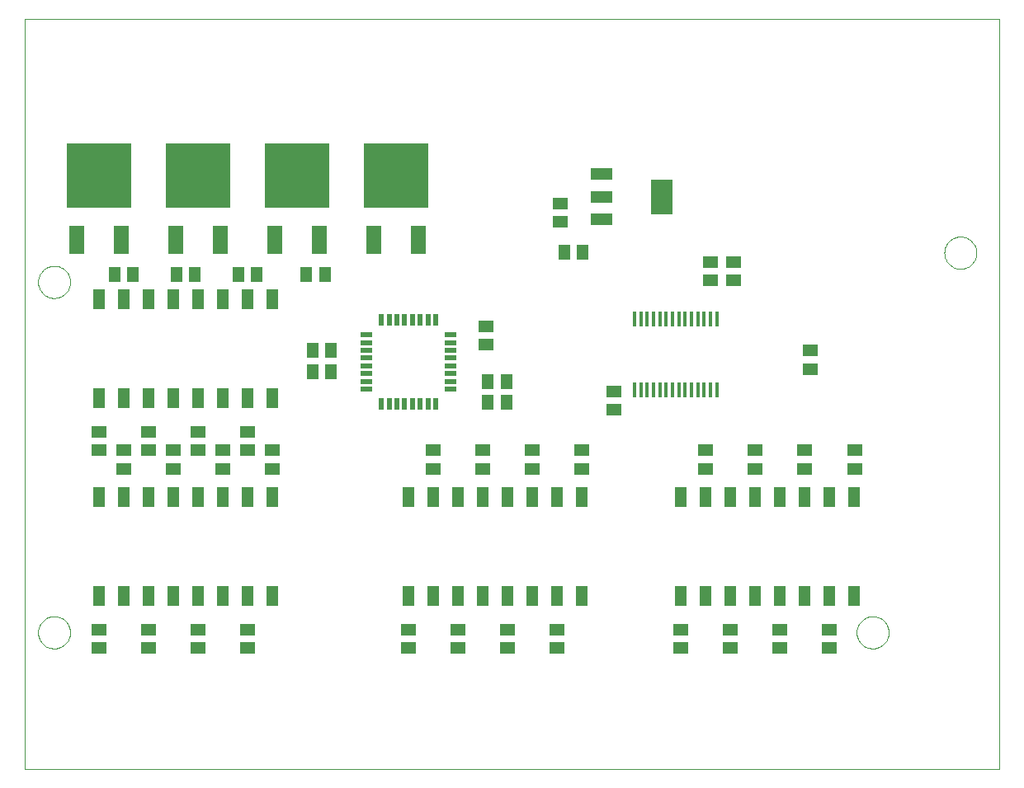
<source format=gtp>
G75*
G70*
%OFA0B0*%
%FSLAX24Y24*%
%IPPOS*%
%LPD*%
%AMOC8*
5,1,8,0,0,1.08239X$1,22.5*
%
%ADD10C,0.0039*%
%ADD11C,0.0000*%
%ADD12R,0.0157X0.0591*%
%ADD13R,0.0500X0.0220*%
%ADD14R,0.0220X0.0500*%
%ADD15R,0.0591X0.0512*%
%ADD16R,0.2638X0.2638*%
%ADD17R,0.0630X0.1181*%
%ADD18R,0.0512X0.0591*%
%ADD19R,0.0880X0.0480*%
%ADD20R,0.0866X0.1417*%
%ADD21R,0.0512X0.0787*%
D10*
X006386Y005283D02*
X045756Y005283D01*
X045756Y035598D01*
X006386Y035598D01*
X006386Y005283D01*
D11*
X006917Y010795D02*
X006919Y010845D01*
X006925Y010895D01*
X006935Y010945D01*
X006948Y010993D01*
X006965Y011041D01*
X006986Y011087D01*
X007010Y011131D01*
X007038Y011173D01*
X007069Y011213D01*
X007103Y011250D01*
X007140Y011285D01*
X007179Y011316D01*
X007220Y011345D01*
X007264Y011370D01*
X007310Y011392D01*
X007357Y011410D01*
X007405Y011424D01*
X007454Y011435D01*
X007504Y011442D01*
X007554Y011445D01*
X007605Y011444D01*
X007655Y011439D01*
X007705Y011430D01*
X007753Y011418D01*
X007801Y011401D01*
X007847Y011381D01*
X007892Y011358D01*
X007935Y011331D01*
X007975Y011301D01*
X008013Y011268D01*
X008048Y011232D01*
X008081Y011193D01*
X008110Y011152D01*
X008136Y011109D01*
X008159Y011064D01*
X008178Y011017D01*
X008193Y010969D01*
X008205Y010920D01*
X008213Y010870D01*
X008217Y010820D01*
X008217Y010770D01*
X008213Y010720D01*
X008205Y010670D01*
X008193Y010621D01*
X008178Y010573D01*
X008159Y010526D01*
X008136Y010481D01*
X008110Y010438D01*
X008081Y010397D01*
X008048Y010358D01*
X008013Y010322D01*
X007975Y010289D01*
X007935Y010259D01*
X007892Y010232D01*
X007847Y010209D01*
X007801Y010189D01*
X007753Y010172D01*
X007705Y010160D01*
X007655Y010151D01*
X007605Y010146D01*
X007554Y010145D01*
X007504Y010148D01*
X007454Y010155D01*
X007405Y010166D01*
X007357Y010180D01*
X007310Y010198D01*
X007264Y010220D01*
X007220Y010245D01*
X007179Y010274D01*
X007140Y010305D01*
X007103Y010340D01*
X007069Y010377D01*
X007038Y010417D01*
X007010Y010459D01*
X006986Y010503D01*
X006965Y010549D01*
X006948Y010597D01*
X006935Y010645D01*
X006925Y010695D01*
X006919Y010745D01*
X006917Y010795D01*
X006917Y024968D02*
X006919Y025018D01*
X006925Y025068D01*
X006935Y025118D01*
X006948Y025166D01*
X006965Y025214D01*
X006986Y025260D01*
X007010Y025304D01*
X007038Y025346D01*
X007069Y025386D01*
X007103Y025423D01*
X007140Y025458D01*
X007179Y025489D01*
X007220Y025518D01*
X007264Y025543D01*
X007310Y025565D01*
X007357Y025583D01*
X007405Y025597D01*
X007454Y025608D01*
X007504Y025615D01*
X007554Y025618D01*
X007605Y025617D01*
X007655Y025612D01*
X007705Y025603D01*
X007753Y025591D01*
X007801Y025574D01*
X007847Y025554D01*
X007892Y025531D01*
X007935Y025504D01*
X007975Y025474D01*
X008013Y025441D01*
X008048Y025405D01*
X008081Y025366D01*
X008110Y025325D01*
X008136Y025282D01*
X008159Y025237D01*
X008178Y025190D01*
X008193Y025142D01*
X008205Y025093D01*
X008213Y025043D01*
X008217Y024993D01*
X008217Y024943D01*
X008213Y024893D01*
X008205Y024843D01*
X008193Y024794D01*
X008178Y024746D01*
X008159Y024699D01*
X008136Y024654D01*
X008110Y024611D01*
X008081Y024570D01*
X008048Y024531D01*
X008013Y024495D01*
X007975Y024462D01*
X007935Y024432D01*
X007892Y024405D01*
X007847Y024382D01*
X007801Y024362D01*
X007753Y024345D01*
X007705Y024333D01*
X007655Y024324D01*
X007605Y024319D01*
X007554Y024318D01*
X007504Y024321D01*
X007454Y024328D01*
X007405Y024339D01*
X007357Y024353D01*
X007310Y024371D01*
X007264Y024393D01*
X007220Y024418D01*
X007179Y024447D01*
X007140Y024478D01*
X007103Y024513D01*
X007069Y024550D01*
X007038Y024590D01*
X007010Y024632D01*
X006986Y024676D01*
X006965Y024722D01*
X006948Y024770D01*
X006935Y024818D01*
X006925Y024868D01*
X006919Y024918D01*
X006917Y024968D01*
X039988Y010795D02*
X039990Y010845D01*
X039996Y010895D01*
X040006Y010945D01*
X040019Y010993D01*
X040036Y011041D01*
X040057Y011087D01*
X040081Y011131D01*
X040109Y011173D01*
X040140Y011213D01*
X040174Y011250D01*
X040211Y011285D01*
X040250Y011316D01*
X040291Y011345D01*
X040335Y011370D01*
X040381Y011392D01*
X040428Y011410D01*
X040476Y011424D01*
X040525Y011435D01*
X040575Y011442D01*
X040625Y011445D01*
X040676Y011444D01*
X040726Y011439D01*
X040776Y011430D01*
X040824Y011418D01*
X040872Y011401D01*
X040918Y011381D01*
X040963Y011358D01*
X041006Y011331D01*
X041046Y011301D01*
X041084Y011268D01*
X041119Y011232D01*
X041152Y011193D01*
X041181Y011152D01*
X041207Y011109D01*
X041230Y011064D01*
X041249Y011017D01*
X041264Y010969D01*
X041276Y010920D01*
X041284Y010870D01*
X041288Y010820D01*
X041288Y010770D01*
X041284Y010720D01*
X041276Y010670D01*
X041264Y010621D01*
X041249Y010573D01*
X041230Y010526D01*
X041207Y010481D01*
X041181Y010438D01*
X041152Y010397D01*
X041119Y010358D01*
X041084Y010322D01*
X041046Y010289D01*
X041006Y010259D01*
X040963Y010232D01*
X040918Y010209D01*
X040872Y010189D01*
X040824Y010172D01*
X040776Y010160D01*
X040726Y010151D01*
X040676Y010146D01*
X040625Y010145D01*
X040575Y010148D01*
X040525Y010155D01*
X040476Y010166D01*
X040428Y010180D01*
X040381Y010198D01*
X040335Y010220D01*
X040291Y010245D01*
X040250Y010274D01*
X040211Y010305D01*
X040174Y010340D01*
X040140Y010377D01*
X040109Y010417D01*
X040081Y010459D01*
X040057Y010503D01*
X040036Y010549D01*
X040019Y010597D01*
X040006Y010645D01*
X039996Y010695D01*
X039990Y010745D01*
X039988Y010795D01*
X043531Y026149D02*
X043533Y026199D01*
X043539Y026249D01*
X043549Y026299D01*
X043562Y026347D01*
X043579Y026395D01*
X043600Y026441D01*
X043624Y026485D01*
X043652Y026527D01*
X043683Y026567D01*
X043717Y026604D01*
X043754Y026639D01*
X043793Y026670D01*
X043834Y026699D01*
X043878Y026724D01*
X043924Y026746D01*
X043971Y026764D01*
X044019Y026778D01*
X044068Y026789D01*
X044118Y026796D01*
X044168Y026799D01*
X044219Y026798D01*
X044269Y026793D01*
X044319Y026784D01*
X044367Y026772D01*
X044415Y026755D01*
X044461Y026735D01*
X044506Y026712D01*
X044549Y026685D01*
X044589Y026655D01*
X044627Y026622D01*
X044662Y026586D01*
X044695Y026547D01*
X044724Y026506D01*
X044750Y026463D01*
X044773Y026418D01*
X044792Y026371D01*
X044807Y026323D01*
X044819Y026274D01*
X044827Y026224D01*
X044831Y026174D01*
X044831Y026124D01*
X044827Y026074D01*
X044819Y026024D01*
X044807Y025975D01*
X044792Y025927D01*
X044773Y025880D01*
X044750Y025835D01*
X044724Y025792D01*
X044695Y025751D01*
X044662Y025712D01*
X044627Y025676D01*
X044589Y025643D01*
X044549Y025613D01*
X044506Y025586D01*
X044461Y025563D01*
X044415Y025543D01*
X044367Y025526D01*
X044319Y025514D01*
X044269Y025505D01*
X044219Y025500D01*
X044168Y025499D01*
X044118Y025502D01*
X044068Y025509D01*
X044019Y025520D01*
X043971Y025534D01*
X043924Y025552D01*
X043878Y025574D01*
X043834Y025599D01*
X043793Y025628D01*
X043754Y025659D01*
X043717Y025694D01*
X043683Y025731D01*
X043652Y025771D01*
X043624Y025813D01*
X043600Y025857D01*
X043579Y025903D01*
X043562Y025951D01*
X043549Y025999D01*
X043539Y026049D01*
X043533Y026099D01*
X043531Y026149D01*
D12*
X034343Y023460D03*
X034087Y023460D03*
X033831Y023460D03*
X033575Y023460D03*
X033319Y023460D03*
X033063Y023460D03*
X032807Y023460D03*
X032551Y023460D03*
X032296Y023460D03*
X032040Y023460D03*
X031784Y023460D03*
X031528Y023460D03*
X031272Y023460D03*
X031016Y023460D03*
X031016Y020606D03*
X031272Y020606D03*
X031528Y020606D03*
X031784Y020606D03*
X032040Y020606D03*
X032296Y020606D03*
X032551Y020606D03*
X032807Y020606D03*
X033063Y020606D03*
X033319Y020606D03*
X033575Y020606D03*
X033831Y020606D03*
X034087Y020606D03*
X034343Y020606D03*
D13*
X023576Y020631D03*
X023576Y020945D03*
X023576Y021260D03*
X023576Y021575D03*
X023576Y021890D03*
X023576Y022205D03*
X023576Y022520D03*
X023576Y022835D03*
X020196Y022835D03*
X020196Y022520D03*
X020196Y022205D03*
X020196Y021890D03*
X020196Y021575D03*
X020196Y021260D03*
X020196Y020945D03*
X020196Y020631D03*
D14*
X020784Y020043D03*
X021099Y020043D03*
X021414Y020043D03*
X021729Y020043D03*
X022044Y020043D03*
X022359Y020043D03*
X022673Y020043D03*
X022988Y020043D03*
X022988Y023423D03*
X022673Y023423D03*
X022359Y023423D03*
X022044Y023423D03*
X021729Y023423D03*
X021414Y023423D03*
X021099Y023423D03*
X020784Y023423D03*
D15*
X025021Y023182D03*
X025021Y022434D03*
X024886Y018157D03*
X024886Y017409D03*
X022886Y017409D03*
X022886Y018157D03*
X026886Y018157D03*
X026886Y017409D03*
X028886Y017409D03*
X028886Y018157D03*
X030192Y019805D03*
X030192Y020553D03*
X033886Y018157D03*
X033886Y017409D03*
X035886Y017409D03*
X035886Y018157D03*
X037886Y018157D03*
X037886Y017409D03*
X039911Y017419D03*
X039911Y018167D03*
X038127Y021447D03*
X038127Y022195D03*
X034998Y025038D03*
X034998Y025786D03*
X034095Y025786D03*
X034095Y025038D03*
X028012Y027399D03*
X028012Y028147D03*
X016386Y018157D03*
X016386Y017409D03*
X015386Y018159D03*
X015386Y018907D03*
X014386Y018157D03*
X014386Y017409D03*
X013386Y018159D03*
X013386Y018907D03*
X012386Y018157D03*
X012386Y017409D03*
X011386Y018159D03*
X011386Y018907D03*
X010386Y018157D03*
X010386Y017409D03*
X009386Y018159D03*
X009386Y018907D03*
X009386Y010907D03*
X009386Y010159D03*
X011386Y010159D03*
X011386Y010907D03*
X013386Y010907D03*
X013386Y010159D03*
X015386Y010159D03*
X015386Y010907D03*
X021886Y010907D03*
X021886Y010159D03*
X023886Y010159D03*
X023886Y010907D03*
X025886Y010907D03*
X025886Y010159D03*
X027886Y010159D03*
X027886Y010907D03*
X032886Y010907D03*
X032886Y010159D03*
X034886Y010159D03*
X034886Y010907D03*
X036886Y010907D03*
X036886Y010159D03*
X038886Y010159D03*
X038886Y010907D03*
D16*
X021386Y029283D03*
X017386Y029283D03*
X013386Y029283D03*
X009386Y029283D03*
D17*
X008481Y026665D03*
X010292Y026665D03*
X012481Y026665D03*
X014292Y026665D03*
X016481Y026665D03*
X018292Y026665D03*
X020481Y026665D03*
X022292Y026665D03*
D18*
X018510Y025283D03*
X017762Y025283D03*
X015760Y025283D03*
X015012Y025283D03*
X013260Y025283D03*
X012512Y025283D03*
X010760Y025283D03*
X010012Y025283D03*
X018009Y022199D03*
X018757Y022199D03*
X018757Y021346D03*
X018009Y021346D03*
X025087Y020944D03*
X025835Y020944D03*
X025835Y020091D03*
X025087Y020091D03*
X028183Y026175D03*
X028931Y026175D03*
D19*
X029673Y027510D03*
X029673Y028420D03*
X029673Y029330D03*
D20*
X032113Y028420D03*
D21*
X032886Y016283D03*
X033886Y016283D03*
X034886Y016283D03*
X035886Y016283D03*
X036886Y016283D03*
X037886Y016283D03*
X038886Y016283D03*
X039886Y016283D03*
X039886Y012283D03*
X038886Y012283D03*
X037886Y012283D03*
X036886Y012283D03*
X035886Y012283D03*
X034886Y012283D03*
X033886Y012283D03*
X032886Y012283D03*
X028886Y012283D03*
X027886Y012283D03*
X026886Y012283D03*
X025886Y012283D03*
X024886Y012283D03*
X023886Y012283D03*
X022886Y012283D03*
X021886Y012283D03*
X021886Y016283D03*
X022886Y016283D03*
X023886Y016283D03*
X024886Y016283D03*
X025886Y016283D03*
X026886Y016283D03*
X027886Y016283D03*
X028886Y016283D03*
X016386Y016283D03*
X015386Y016283D03*
X014386Y016283D03*
X013386Y016283D03*
X012386Y016283D03*
X011386Y016283D03*
X010386Y016283D03*
X009386Y016283D03*
X009386Y020283D03*
X010386Y020283D03*
X011386Y020283D03*
X012386Y020283D03*
X013386Y020283D03*
X014386Y020283D03*
X015386Y020283D03*
X016386Y020283D03*
X016386Y024283D03*
X015386Y024283D03*
X014386Y024283D03*
X013386Y024283D03*
X012386Y024283D03*
X011386Y024283D03*
X010386Y024283D03*
X009386Y024283D03*
X009386Y012283D03*
X010386Y012283D03*
X011386Y012283D03*
X012386Y012283D03*
X013386Y012283D03*
X014386Y012283D03*
X015386Y012283D03*
X016386Y012283D03*
M02*

</source>
